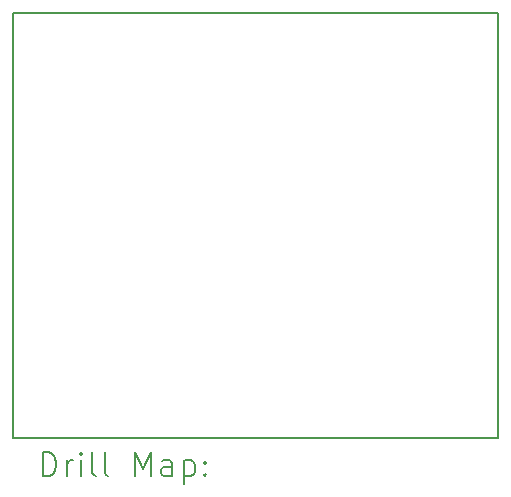
<source format=gbr>
%TF.GenerationSoftware,KiCad,Pcbnew,8.0.8*%
%TF.CreationDate,2025-02-07T12:49:13+01:00*%
%TF.ProjectId,PGE_GPS_PCB,5047455f-4750-4535-9f50-43422e6b6963,rev?*%
%TF.SameCoordinates,Original*%
%TF.FileFunction,Drillmap*%
%TF.FilePolarity,Positive*%
%FSLAX45Y45*%
G04 Gerber Fmt 4.5, Leading zero omitted, Abs format (unit mm)*
G04 Created by KiCad (PCBNEW 8.0.8) date 2025-02-07 12:49:13*
%MOMM*%
%LPD*%
G01*
G04 APERTURE LIST*
%ADD10C,0.200000*%
G04 APERTURE END LIST*
D10*
X12900000Y-6400000D02*
X17000000Y-6400000D01*
X17000000Y-10000000D01*
X12900000Y-10000000D01*
X12900000Y-6400000D01*
X13150777Y-10321484D02*
X13150777Y-10121484D01*
X13150777Y-10121484D02*
X13198396Y-10121484D01*
X13198396Y-10121484D02*
X13226967Y-10131008D01*
X13226967Y-10131008D02*
X13246015Y-10150055D01*
X13246015Y-10150055D02*
X13255539Y-10169103D01*
X13255539Y-10169103D02*
X13265062Y-10207198D01*
X13265062Y-10207198D02*
X13265062Y-10235770D01*
X13265062Y-10235770D02*
X13255539Y-10273865D01*
X13255539Y-10273865D02*
X13246015Y-10292912D01*
X13246015Y-10292912D02*
X13226967Y-10311960D01*
X13226967Y-10311960D02*
X13198396Y-10321484D01*
X13198396Y-10321484D02*
X13150777Y-10321484D01*
X13350777Y-10321484D02*
X13350777Y-10188150D01*
X13350777Y-10226246D02*
X13360301Y-10207198D01*
X13360301Y-10207198D02*
X13369824Y-10197674D01*
X13369824Y-10197674D02*
X13388872Y-10188150D01*
X13388872Y-10188150D02*
X13407920Y-10188150D01*
X13474586Y-10321484D02*
X13474586Y-10188150D01*
X13474586Y-10121484D02*
X13465062Y-10131008D01*
X13465062Y-10131008D02*
X13474586Y-10140531D01*
X13474586Y-10140531D02*
X13484110Y-10131008D01*
X13484110Y-10131008D02*
X13474586Y-10121484D01*
X13474586Y-10121484D02*
X13474586Y-10140531D01*
X13598396Y-10321484D02*
X13579348Y-10311960D01*
X13579348Y-10311960D02*
X13569824Y-10292912D01*
X13569824Y-10292912D02*
X13569824Y-10121484D01*
X13703158Y-10321484D02*
X13684110Y-10311960D01*
X13684110Y-10311960D02*
X13674586Y-10292912D01*
X13674586Y-10292912D02*
X13674586Y-10121484D01*
X13931729Y-10321484D02*
X13931729Y-10121484D01*
X13931729Y-10121484D02*
X13998396Y-10264341D01*
X13998396Y-10264341D02*
X14065062Y-10121484D01*
X14065062Y-10121484D02*
X14065062Y-10321484D01*
X14246015Y-10321484D02*
X14246015Y-10216722D01*
X14246015Y-10216722D02*
X14236491Y-10197674D01*
X14236491Y-10197674D02*
X14217443Y-10188150D01*
X14217443Y-10188150D02*
X14179348Y-10188150D01*
X14179348Y-10188150D02*
X14160301Y-10197674D01*
X14246015Y-10311960D02*
X14226967Y-10321484D01*
X14226967Y-10321484D02*
X14179348Y-10321484D01*
X14179348Y-10321484D02*
X14160301Y-10311960D01*
X14160301Y-10311960D02*
X14150777Y-10292912D01*
X14150777Y-10292912D02*
X14150777Y-10273865D01*
X14150777Y-10273865D02*
X14160301Y-10254817D01*
X14160301Y-10254817D02*
X14179348Y-10245293D01*
X14179348Y-10245293D02*
X14226967Y-10245293D01*
X14226967Y-10245293D02*
X14246015Y-10235770D01*
X14341253Y-10188150D02*
X14341253Y-10388150D01*
X14341253Y-10197674D02*
X14360301Y-10188150D01*
X14360301Y-10188150D02*
X14398396Y-10188150D01*
X14398396Y-10188150D02*
X14417443Y-10197674D01*
X14417443Y-10197674D02*
X14426967Y-10207198D01*
X14426967Y-10207198D02*
X14436491Y-10226246D01*
X14436491Y-10226246D02*
X14436491Y-10283389D01*
X14436491Y-10283389D02*
X14426967Y-10302436D01*
X14426967Y-10302436D02*
X14417443Y-10311960D01*
X14417443Y-10311960D02*
X14398396Y-10321484D01*
X14398396Y-10321484D02*
X14360301Y-10321484D01*
X14360301Y-10321484D02*
X14341253Y-10311960D01*
X14522205Y-10302436D02*
X14531729Y-10311960D01*
X14531729Y-10311960D02*
X14522205Y-10321484D01*
X14522205Y-10321484D02*
X14512682Y-10311960D01*
X14512682Y-10311960D02*
X14522205Y-10302436D01*
X14522205Y-10302436D02*
X14522205Y-10321484D01*
X14522205Y-10197674D02*
X14531729Y-10207198D01*
X14531729Y-10207198D02*
X14522205Y-10216722D01*
X14522205Y-10216722D02*
X14512682Y-10207198D01*
X14512682Y-10207198D02*
X14522205Y-10197674D01*
X14522205Y-10197674D02*
X14522205Y-10216722D01*
M02*

</source>
